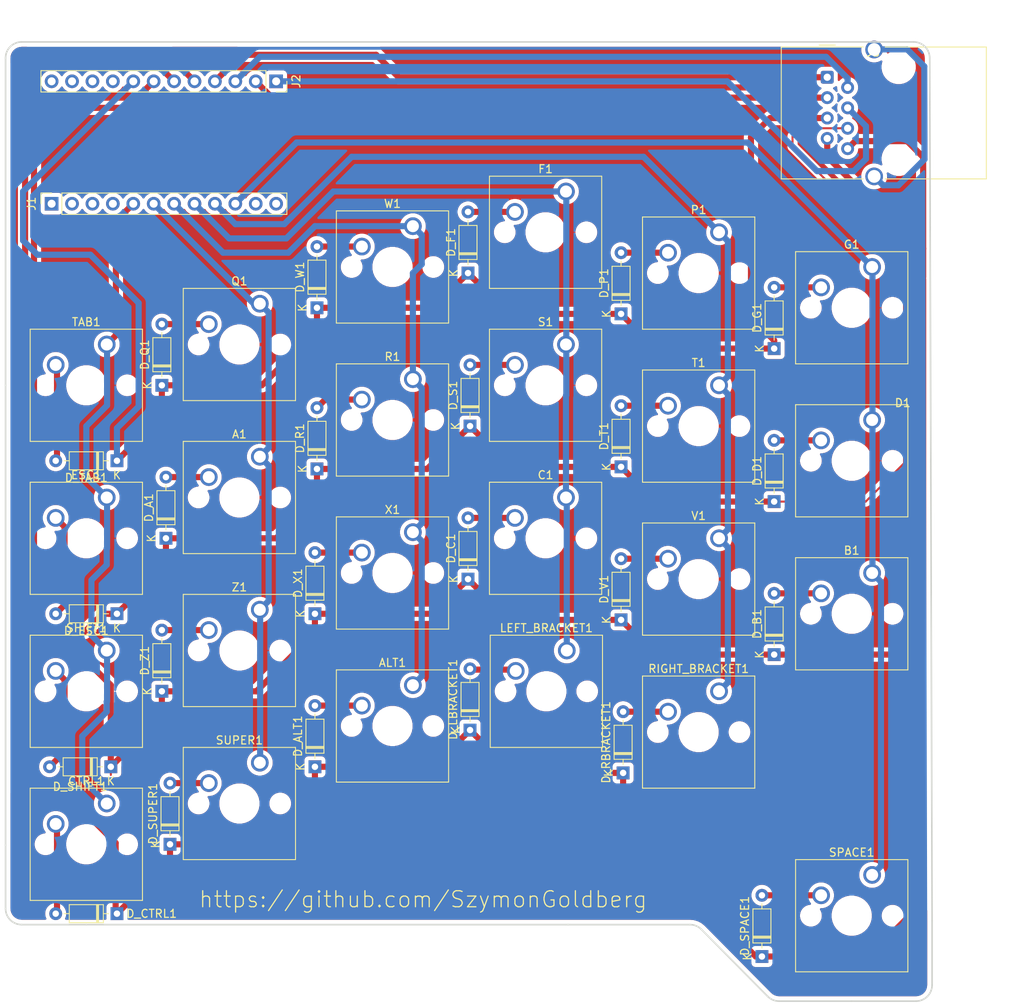
<source format=kicad_pcb>
(kicad_pcb (version 20171130) (host pcbnew "(5.1.7)-1")
  (layers (0 F.Cu signal) (31 B.Cu signal) (34 B.Paste user) (35 F.Paste user) (36 B.SilkS user) (37 F.SilkS user) (38 B.Mask user) (39 F.Mask user) (44 Edge.Cuts user))
  (net 0 "")
  (net 1 "Net-(A1-Pad2)")
  (net 2 "Net-(A1-Pad1)")
  (net 3 "Net-(ALT1-Pad2)")
  (net 4 "Net-(ALT1-Pad1)")
  (net 5 "Net-(B1-Pad2)")
  (net 6 "Net-(B1-Pad1)")
  (net 7 "Net-(C1-Pad2)")
  (net 8 "Net-(C1-Pad1)")
  (net 9 "Net-(CTRL1-Pad2)")
  (net 10 "Net-(CTRL1-Pad1)")
  (net 11 "Net-(D1-Pad2)")
  (net 12 "Net-(D_A1-Pad1)")
  (net 13 "Net-(D_ALT1-Pad1)")
  (net 14 "Net-(D_B1-Pad1)")
  (net 15 "Net-(D_ESC1-Pad2)")
  (net 16 "Net-(D_F1-Pad2)")
  (net 17 "Net-(D_F1-Pad1)")
  (net 18 "Net-(D_G1-Pad2)")
  (net 19 "Net-(D_LBRACKET1-Pad2)")
  (net 20 "Net-(D_P1-Pad2)")
  (net 21 "Net-(D_Q1-Pad2)")
  (net 22 "Net-(D_R1-Pad2)")
  (net 23 "Net-(D_RBRACKET1-Pad2)")
  (net 24 "Net-(D_S1-Pad2)")
  (net 25 "Net-(D_SHIFT1-Pad2)")
  (net 26 "Net-(D_SPACE1-Pad2)")
  (net 27 "Net-(D_SUPER1-Pad2)")
  (net 28 "Net-(D_T1-Pad2)")
  (net 29 "Net-(D_TAB1-Pad2)")
  (net 30 "Net-(D_V1-Pad2)")
  (net 31 "Net-(D_W1-Pad2)")
  (net 32 "Net-(D_X1-Pad2)")
  (net 33 "Net-(D_Z1-Pad2)")
  (net 34 "Net-(J1-Pad12)")
  (net 35 "Net-(J1-Pad11)")
  (net 36 "Net-(J1-Pad9)")
  (net 37 "Net-(J1-Pad4)")
  (net 38 "Net-(J1-Pad3)")
  (net 39 "Net-(J1-Pad2)")
  (net 40 "Net-(J1-Pad1)")
  (net 41 "Net-(J2-Pad12)")
  (net 42 "Net-(J2-Pad11)")
  (net 43 "Net-(J2-Pad10)")
  (net 44 "Net-(J2-Pad9)")
  (net 45 "Net-(J2-Pad4)")
  (net 46 "Net-(J2-Pad3)")
  (net 47 "Net-(J2-Pad2)")
  (net 48 "Net-(J2-Pad1)")
  (net 49 "Net-(J3-PadSH)")
  (module Button_Switch_Keyboard:SW_Cherry_MX_1.00u_PCB (layer F.Cu) (at 127 108.458)
    (fp_text reference D1 (at 3.81 -2.12) (layer F.SilkS))
    (fp_text value KEYSW)
    (pad "" np_thru_hole circle (at 2.54 5.08) (size 1.7 1.7) (drill 1.7) (layers *.Cu *.Mask))
    (pad "" np_thru_hole circle (at -7.62 5.08) (size 1.7 1.7) (drill 1.7) (layers *.Cu *.Mask))
    (pad "" np_thru_hole circle (at -2.54 5.08) (size 4 4) (drill 4) (layers *.Cu *.Mask))
    (pad 2 thru_hole circle (at -6.35 2.54) (size 2.2 2.2) (drill 1.5) (layers *.Cu *.Mask) (net 11 "Net-(D1-Pad2)"))
    (pad 1 thru_hole circle (at 0 0) (size 2.2 2.2) (drill 1.5) (layers *.Cu *.Mask) (net 6 "Net-(B1-Pad1)"))
  )
  (module Connector_PinSocket_2.54mm:PinSocket_1x12_P2.54mm_Vertical (layer F.Cu) (at 52.832 66.294 270)
    (fp_text reference J2 (at 0 -2.5 90) (layer F.SilkS))
    (fp_text value Conn_01x12_Female)
    (pad 12 thru_hole oval (at 0 27.94 270) (size 1.7 1.7) (drill 1) (layers *.Cu *.Mask) (net 41 "Net-(J2-Pad12)"))
    (pad 11 thru_hole oval (at 0 25.4 270) (size 1.7 1.7) (drill 1) (layers *.Cu *.Mask) (net 42 "Net-(J2-Pad11)"))
    (pad 10 thru_hole oval (at 0 22.86 270) (size 1.7 1.7) (drill 1) (layers *.Cu *.Mask) (net 43 "Net-(J2-Pad10)"))
    (pad 9 thru_hole oval (at 0 20.32 270) (size 1.7 1.7) (drill 1) (layers *.Cu *.Mask) (net 44 "Net-(J2-Pad9)"))
    (pad 8 thru_hole oval (at 0 17.78 270) (size 1.7 1.7) (drill 1) (layers *.Cu *.Mask) (net 17 "Net-(D_F1-Pad1)"))
    (pad 7 thru_hole oval (at 0 15.24 270) (size 1.7 1.7) (drill 1) (layers *.Cu *.Mask) (net 12 "Net-(D_A1-Pad1)"))
    (pad 6 thru_hole oval (at 0 12.7 270) (size 1.7 1.7) (drill 1) (layers *.Cu *.Mask) (net 14 "Net-(D_B1-Pad1)"))
    (pad 5 thru_hole oval (at 0 10.16 270) (size 1.7 1.7) (drill 1) (layers *.Cu *.Mask) (net 13 "Net-(D_ALT1-Pad1)"))
    (pad 4 thru_hole oval (at 0 7.62 270) (size 1.7 1.7) (drill 1) (layers *.Cu *.Mask) (net 45 "Net-(J2-Pad4)"))
    (pad 3 thru_hole oval (at 0 5.08 270) (size 1.7 1.7) (drill 1) (layers *.Cu *.Mask) (net 46 "Net-(J2-Pad3)"))
    (pad 2 thru_hole oval (at 0 2.54 270) (size 1.7 1.7) (drill 1) (layers *.Cu *.Mask) (net 47 "Net-(J2-Pad2)"))
    (pad 1 thru_hole rect (at 0 0 270) (size 1.7 1.7) (drill 1) (layers *.Cu *.Mask) (net 48 "Net-(J2-Pad1)"))
  )
  (module Connector_PinSocket_2.54mm:PinSocket_1x12_P2.54mm_Vertical (layer F.Cu) (at 24.892 81.534 90)
    (fp_text reference J1 (at 0 -2.5 90) (layer F.SilkS))
    (fp_text value Conn_01x12_Female)
    (pad 12 thru_hole oval (at 0 27.94 90) (size 1.7 1.7) (drill 1) (layers *.Cu *.Mask) (net 34 "Net-(J1-Pad12)"))
    (pad 11 thru_hole oval (at 0 25.4 90) (size 1.7 1.7) (drill 1) (layers *.Cu *.Mask) (net 35 "Net-(J1-Pad11)"))
    (pad 10 thru_hole oval (at 0 22.86 90) (size 1.7 1.7) (drill 1) (layers *.Cu *.Mask) (net 6 "Net-(B1-Pad1)"))
    (pad 9 thru_hole oval (at 0 20.32 90) (size 1.7 1.7) (drill 1) (layers *.Cu *.Mask) (net 36 "Net-(J1-Pad9)"))
    (pad 8 thru_hole oval (at 0 17.78 90) (size 1.7 1.7) (drill 1) (layers *.Cu *.Mask) (net 8 "Net-(C1-Pad1)"))
    (pad 7 thru_hole oval (at 0 15.24 90) (size 1.7 1.7) (drill 1) (layers *.Cu *.Mask) (net 4 "Net-(ALT1-Pad1)"))
    (pad 6 thru_hole oval (at 0 12.7 90) (size 1.7 1.7) (drill 1) (layers *.Cu *.Mask) (net 2 "Net-(A1-Pad1)"))
    (pad 5 thru_hole oval (at 0 10.16 90) (size 1.7 1.7) (drill 1) (layers *.Cu *.Mask) (net 10 "Net-(CTRL1-Pad1)"))
    (pad 4 thru_hole oval (at 0 7.62 90) (size 1.7 1.7) (drill 1) (layers *.Cu *.Mask) (net 37 "Net-(J1-Pad4)"))
    (pad 3 thru_hole oval (at 0 5.08 90) (size 1.7 1.7) (drill 1) (layers *.Cu *.Mask) (net 38 "Net-(J1-Pad3)"))
    (pad 2 thru_hole oval (at 0 2.54 90) (size 1.7 1.7) (drill 1) (layers *.Cu *.Mask) (net 39 "Net-(J1-Pad2)"))
    (pad 1 thru_hole rect (at 0 0 90) (size 1.7 1.7) (drill 1) (layers *.Cu *.Mask) (net 40 "Net-(J1-Pad1)"))
  )
  (module Button_Switch_Keyboard:SW_Cherry_MX_1.00u_PCB (layer F.Cu) (at 31.75 156.21)
    (fp_text reference CTRL1 (at -2.54 -2.794) (layer F.SilkS))
    (fp_text value KEYSW)
    (pad "" np_thru_hole circle (at 2.54 5.08) (size 1.7 1.7) (drill 1.7) (layers *.Cu *.Mask))
    (pad "" np_thru_hole circle (at -7.62 5.08) (size 1.7 1.7) (drill 1.7) (layers *.Cu *.Mask))
    (pad "" np_thru_hole circle (at -2.54 5.08) (size 4 4) (drill 4) (layers *.Cu *.Mask))
    (pad 2 thru_hole circle (at -6.35 2.54) (size 2.2 2.2) (drill 1.5) (layers *.Cu *.Mask) (net 9 "Net-(CTRL1-Pad2)"))
    (pad 1 thru_hole circle (at 0 0) (size 2.2 2.2) (drill 1.5) (layers *.Cu *.Mask) (net 10 "Net-(CTRL1-Pad1)"))
  )
  (module Diode_THT:D_DO-35_SOD27_P7.62mm_Horizontal (layer F.Cu) (at 39.624 161.29 90)
    (fp_text reference D_SUPER1 (at 3.81 -2.12 90) (layer F.SilkS))
    (fp_text value D)
    (fp_text user K (at 0 -1.8 90) (layer F.SilkS))
    (pad 2 thru_hole oval (at 7.62 0 90) (size 1.6 1.6) (drill 0.8) (layers *.Cu *.Mask) (net 27 "Net-(D_SUPER1-Pad2)"))
    (pad 1 thru_hole rect (at 0 0 90) (size 1.6 1.6) (drill 0.8) (layers *.Cu *.Mask) (net 13 "Net-(D_ALT1-Pad1)"))
  )
  (module Connector_RJ:RJ45_Wuerth_7499010001A_Horizontal (layer F.Cu) (at 121.412 65.786)
    (fp_text reference J3 (at 5.71 -3.1 -180) (layer F.SilkS))
    (fp_text value 8P8C_LED_Shielded)
    (pad 1 thru_hole roundrect (at 0 0 90) (size 1.6 1.6) (drill 0.9) (layers *.Cu *.Mask) (roundrect_rratio 0.155) (net 45 "Net-(J2-Pad4)"))
    (pad 2 thru_hole circle (at 2.54 1.27 90) (size 1.6 1.6) (drill 0.9) (layers *.Cu *.Mask) (net 46 "Net-(J2-Pad3)"))
    (pad 3 thru_hole circle (at 0 2.54 90) (size 1.6 1.6) (drill 0.9) (layers *.Cu *.Mask) (net 47 "Net-(J2-Pad2)"))
    (pad 4 thru_hole circle (at 2.54 3.81 90) (size 1.6 1.6) (drill 0.9) (layers *.Cu *.Mask) (net 48 "Net-(J2-Pad1)"))
    (pad 5 thru_hole circle (at 0 5.08 90) (size 1.6 1.6) (drill 0.9) (layers *.Cu *.Mask) (net 17 "Net-(D_F1-Pad1)"))
    (pad 6 thru_hole circle (at 2.54 6.35 90) (size 1.6 1.6) (drill 0.9) (layers *.Cu *.Mask) (net 12 "Net-(D_A1-Pad1)"))
    (pad 7 thru_hole circle (at 0 7.62 90) (size 1.6 1.6) (drill 0.9) (layers *.Cu *.Mask) (net 14 "Net-(D_B1-Pad1)"))
    (pad 8 thru_hole circle (at 2.54 8.89 90) (size 1.6 1.6) (drill 0.9) (layers *.Cu *.Mask) (net 13 "Net-(D_ALT1-Pad1)"))
    (pad "" np_thru_hole circle (at 8.89 -1.27 90) (size 3.25 3.25) (drill 3.25) (layers *.Cu *.Mask))
    (pad "" np_thru_hole circle (at 8.89 10.16 90) (size 3.25 3.25) (drill 3.25) (layers *.Cu *.Mask))
    (pad SH thru_hole circle (at 5.84 -3.455 90) (size 2.2 2.2) (drill 1.6) (layers *.Cu *.Mask) (net 49 "Net-(J3-PadSH)"))
    (pad SH thru_hole circle (at 5.84 12.345 90) (size 2.2 2.2) (drill 1.6) (layers *.Cu *.Mask) (net 49 "Net-(J3-PadSH)"))
  )
  (module Button_Switch_Keyboard:SW_Cherry_MX_1.00u_PCB (layer F.Cu) (at 50.8 132.08)
    (fp_text reference Z1 (at -2.54 -2.794) (layer F.SilkS))
    (fp_text value KEYSW)
    (pad "" np_thru_hole circle (at 2.54 5.08) (size 1.7 1.7) (drill 1.7) (layers *.Cu *.Mask))
    (pad "" np_thru_hole circle (at -7.62 5.08) (size 1.7 1.7) (drill 1.7) (layers *.Cu *.Mask))
    (pad "" np_thru_hole circle (at -2.54 5.08) (size 4 4) (drill 4) (layers *.Cu *.Mask))
    (pad 2 thru_hole circle (at -6.35 2.54) (size 2.2 2.2) (drill 1.5) (layers *.Cu *.Mask) (net 33 "Net-(D_Z1-Pad2)"))
    (pad 1 thru_hole circle (at 0 0) (size 2.2 2.2) (drill 1.5) (layers *.Cu *.Mask) (net 2 "Net-(A1-Pad1)"))
  )
  (module Button_Switch_Keyboard:SW_Cherry_MX_1.00u_PCB (layer F.Cu) (at 69.85 122.428)
    (fp_text reference X1 (at -2.54 -2.794) (layer F.SilkS))
    (fp_text value KEYSW)
    (pad "" np_thru_hole circle (at 2.54 5.08) (size 1.7 1.7) (drill 1.7) (layers *.Cu *.Mask))
    (pad "" np_thru_hole circle (at -7.62 5.08) (size 1.7 1.7) (drill 1.7) (layers *.Cu *.Mask))
    (pad "" np_thru_hole circle (at -2.54 5.08) (size 4 4) (drill 4) (layers *.Cu *.Mask))
    (pad 2 thru_hole circle (at -6.35 2.54) (size 2.2 2.2) (drill 1.5) (layers *.Cu *.Mask) (net 32 "Net-(D_X1-Pad2)"))
    (pad 1 thru_hole circle (at 0 0) (size 2.2 2.2) (drill 1.5) (layers *.Cu *.Mask) (net 4 "Net-(ALT1-Pad1)"))
  )
  (module Button_Switch_Keyboard:SW_Cherry_MX_1.00u_PCB (layer F.Cu) (at 69.85 84.328)
    (fp_text reference W1 (at -2.54 -2.794) (layer F.SilkS))
    (fp_text value KEYSW)
    (pad "" np_thru_hole circle (at 2.54 5.08) (size 1.7 1.7) (drill 1.7) (layers *.Cu *.Mask))
    (pad "" np_thru_hole circle (at -7.62 5.08) (size 1.7 1.7) (drill 1.7) (layers *.Cu *.Mask))
    (pad "" np_thru_hole circle (at -2.54 5.08) (size 4 4) (drill 4) (layers *.Cu *.Mask))
    (pad 2 thru_hole circle (at -6.35 2.54) (size 2.2 2.2) (drill 1.5) (layers *.Cu *.Mask) (net 31 "Net-(D_W1-Pad2)"))
    (pad 1 thru_hole circle (at 0 0) (size 2.2 2.2) (drill 1.5) (layers *.Cu *.Mask) (net 4 "Net-(ALT1-Pad1)"))
  )
  (module Button_Switch_Keyboard:SW_Cherry_MX_1.00u_PCB (layer F.Cu) (at 107.95 123.19)
    (fp_text reference V1 (at -2.54 -2.794) (layer F.SilkS))
    (fp_text value KEYSW)
    (pad "" np_thru_hole circle (at 2.54 5.08) (size 1.7 1.7) (drill 1.7) (layers *.Cu *.Mask))
    (pad "" np_thru_hole circle (at -7.62 5.08) (size 1.7 1.7) (drill 1.7) (layers *.Cu *.Mask))
    (pad "" np_thru_hole circle (at -2.54 5.08) (size 4 4) (drill 4) (layers *.Cu *.Mask))
    (pad 2 thru_hole circle (at -6.35 2.54) (size 2.2 2.2) (drill 1.5) (layers *.Cu *.Mask) (net 30 "Net-(D_V1-Pad2)"))
    (pad 1 thru_hole circle (at 0 0) (size 2.2 2.2) (drill 1.5) (layers *.Cu *.Mask) (net 36 "Net-(J1-Pad9)"))
  )
  (module Button_Switch_Keyboard:SW_Cherry_MX_1.00u_PCB (layer F.Cu) (at 31.75 99.06)
    (fp_text reference TAB1 (at -2.54 -2.794) (layer F.SilkS))
    (fp_text value KEYSW)
    (pad "" np_thru_hole circle (at 2.54 5.08) (size 1.7 1.7) (drill 1.7) (layers *.Cu *.Mask))
    (pad "" np_thru_hole circle (at -7.62 5.08) (size 1.7 1.7) (drill 1.7) (layers *.Cu *.Mask))
    (pad "" np_thru_hole circle (at -2.54 5.08) (size 4 4) (drill 4) (layers *.Cu *.Mask))
    (pad 2 thru_hole circle (at -6.35 2.54) (size 2.2 2.2) (drill 1.5) (layers *.Cu *.Mask) (net 29 "Net-(D_TAB1-Pad2)"))
    (pad 1 thru_hole circle (at 0 0) (size 2.2 2.2) (drill 1.5) (layers *.Cu *.Mask) (net 10 "Net-(CTRL1-Pad1)"))
  )
  (module Button_Switch_Keyboard:SW_Cherry_MX_1.00u_PCB (layer F.Cu) (at 107.95 104.14)
    (fp_text reference T1 (at -2.54 -2.794) (layer F.SilkS))
    (fp_text value KEYSW)
    (pad "" np_thru_hole circle (at 2.54 5.08) (size 1.7 1.7) (drill 1.7) (layers *.Cu *.Mask))
    (pad "" np_thru_hole circle (at -7.62 5.08) (size 1.7 1.7) (drill 1.7) (layers *.Cu *.Mask))
    (pad "" np_thru_hole circle (at -2.54 5.08) (size 4 4) (drill 4) (layers *.Cu *.Mask))
    (pad 2 thru_hole circle (at -6.35 2.54) (size 2.2 2.2) (drill 1.5) (layers *.Cu *.Mask) (net 28 "Net-(D_T1-Pad2)"))
    (pad 1 thru_hole circle (at 0 0) (size 2.2 2.2) (drill 1.5) (layers *.Cu *.Mask) (net 36 "Net-(J1-Pad9)"))
  )
  (module Button_Switch_Keyboard:SW_Cherry_MX_1.00u_PCB (layer F.Cu) (at 50.8 151.13)
    (fp_text reference SUPER1 (at -2.54 -2.794) (layer F.SilkS))
    (fp_text value KEYSW)
    (pad "" np_thru_hole circle (at 2.54 5.08) (size 1.7 1.7) (drill 1.7) (layers *.Cu *.Mask))
    (pad "" np_thru_hole circle (at -7.62 5.08) (size 1.7 1.7) (drill 1.7) (layers *.Cu *.Mask))
    (pad "" np_thru_hole circle (at -2.54 5.08) (size 4 4) (drill 4) (layers *.Cu *.Mask))
    (pad 2 thru_hole circle (at -6.35 2.54) (size 2.2 2.2) (drill 1.5) (layers *.Cu *.Mask) (net 27 "Net-(D_SUPER1-Pad2)"))
    (pad 1 thru_hole circle (at 0 0) (size 2.2 2.2) (drill 1.5) (layers *.Cu *.Mask) (net 2 "Net-(A1-Pad1)"))
  )
  (module Button_Switch_Keyboard:SW_Cherry_MX_1.00u_PCB (layer F.Cu) (at 127 165.1)
    (fp_text reference SPACE1 (at -2.54 -2.794) (layer F.SilkS))
    (fp_text value KEYSW)
    (pad "" np_thru_hole circle (at 2.54 5.08) (size 1.7 1.7) (drill 1.7) (layers *.Cu *.Mask))
    (pad "" np_thru_hole circle (at -7.62 5.08) (size 1.7 1.7) (drill 1.7) (layers *.Cu *.Mask))
    (pad "" np_thru_hole circle (at -2.54 5.08) (size 4 4) (drill 4) (layers *.Cu *.Mask))
    (pad 2 thru_hole circle (at -6.35 2.54) (size 2.2 2.2) (drill 1.5) (layers *.Cu *.Mask) (net 26 "Net-(D_SPACE1-Pad2)"))
    (pad 1 thru_hole circle (at 0 0) (size 2.2 2.2) (drill 1.5) (layers *.Cu *.Mask) (net 6 "Net-(B1-Pad1)"))
  )
  (module Button_Switch_Keyboard:SW_Cherry_MX_1.00u_PCB (layer F.Cu) (at 31.75 137.16)
    (fp_text reference SHIFT1 (at -2.54 -2.794) (layer F.SilkS))
    (fp_text value KEYSW)
    (pad "" np_thru_hole circle (at 2.54 5.08) (size 1.7 1.7) (drill 1.7) (layers *.Cu *.Mask))
    (pad "" np_thru_hole circle (at -7.62 5.08) (size 1.7 1.7) (drill 1.7) (layers *.Cu *.Mask))
    (pad "" np_thru_hole circle (at -2.54 5.08) (size 4 4) (drill 4) (layers *.Cu *.Mask))
    (pad 2 thru_hole circle (at -6.35 2.54) (size 2.2 2.2) (drill 1.5) (layers *.Cu *.Mask) (net 25 "Net-(D_SHIFT1-Pad2)"))
    (pad 1 thru_hole circle (at 0 0) (size 2.2 2.2) (drill 1.5) (layers *.Cu *.Mask) (net 10 "Net-(CTRL1-Pad1)"))
  )
  (module Button_Switch_Keyboard:SW_Cherry_MX_1.00u_PCB (layer F.Cu) (at 88.9 99.06)
    (fp_text reference S1 (at -2.54 -2.794) (layer F.SilkS))
    (fp_text value KEYSW)
    (pad "" np_thru_hole circle (at 2.54 5.08) (size 1.7 1.7) (drill 1.7) (layers *.Cu *.Mask))
    (pad "" np_thru_hole circle (at -7.62 5.08) (size 1.7 1.7) (drill 1.7) (layers *.Cu *.Mask))
    (pad "" np_thru_hole circle (at -2.54 5.08) (size 4 4) (drill 4) (layers *.Cu *.Mask))
    (pad 2 thru_hole circle (at -6.35 2.54) (size 2.2 2.2) (drill 1.5) (layers *.Cu *.Mask) (net 24 "Net-(D_S1-Pad2)"))
    (pad 1 thru_hole circle (at 0 0) (size 2.2 2.2) (drill 1.5) (layers *.Cu *.Mask) (net 8 "Net-(C1-Pad1)"))
  )
  (module Button_Switch_Keyboard:SW_Cherry_MX_1.00u_PCB (layer F.Cu) (at 107.95 142.24)
    (fp_text reference RIGHT_BRACKET1 (at -2.54 -2.794) (layer F.SilkS))
    (fp_text value KEYSW)
    (pad "" np_thru_hole circle (at 2.54 5.08) (size 1.7 1.7) (drill 1.7) (layers *.Cu *.Mask))
    (pad "" np_thru_hole circle (at -7.62 5.08) (size 1.7 1.7) (drill 1.7) (layers *.Cu *.Mask))
    (pad "" np_thru_hole circle (at -2.54 5.08) (size 4 4) (drill 4) (layers *.Cu *.Mask))
    (pad 2 thru_hole circle (at -6.35 2.54) (size 2.2 2.2) (drill 1.5) (layers *.Cu *.Mask) (net 23 "Net-(D_RBRACKET1-Pad2)"))
    (pad 1 thru_hole circle (at 0 0) (size 2.2 2.2) (drill 1.5) (layers *.Cu *.Mask) (net 36 "Net-(J1-Pad9)"))
  )
  (module Button_Switch_Keyboard:SW_Cherry_MX_1.00u_PCB (layer F.Cu) (at 69.85 103.378)
    (fp_text reference R1 (at -2.54 -2.794) (layer F.SilkS))
    (fp_text value KEYSW)
    (pad "" np_thru_hole circle (at 2.54 5.08) (size 1.7 1.7) (drill 1.7) (layers *.Cu *.Mask))
    (pad "" np_thru_hole circle (at -7.62 5.08) (size 1.7 1.7) (drill 1.7) (layers *.Cu *.Mask))
    (pad "" np_thru_hole circle (at -2.54 5.08) (size 4 4) (drill 4) (layers *.Cu *.Mask))
    (pad 2 thru_hole circle (at -6.35 2.54) (size 2.2 2.2) (drill 1.5) (layers *.Cu *.Mask) (net 22 "Net-(D_R1-Pad2)"))
    (pad 1 thru_hole circle (at 0 0) (size 2.2 2.2) (drill 1.5) (layers *.Cu *.Mask) (net 4 "Net-(ALT1-Pad1)"))
  )
  (module Button_Switch_Keyboard:SW_Cherry_MX_1.00u_PCB (layer F.Cu) (at 50.8 93.98)
    (fp_text reference Q1 (at -2.54 -2.794) (layer F.SilkS))
    (fp_text value KEYSW)
    (pad "" np_thru_hole circle (at 2.54 5.08) (size 1.7 1.7) (drill 1.7) (layers *.Cu *.Mask))
    (pad "" np_thru_hole circle (at -7.62 5.08) (size 1.7 1.7) (drill 1.7) (layers *.Cu *.Mask))
    (pad "" np_thru_hole circle (at -2.54 5.08) (size 4 4) (drill 4) (layers *.Cu *.Mask))
    (pad 2 thru_hole circle (at -6.35 2.54) (size 2.2 2.2) (drill 1.5) (layers *.Cu *.Mask) (net 21 "Net-(D_Q1-Pad2)"))
    (pad 1 thru_hole circle (at 0 0) (size 2.2 2.2) (drill 1.5) (layers *.Cu *.Mask) (net 2 "Net-(A1-Pad1)"))
  )
  (module Button_Switch_Keyboard:SW_Cherry_MX_1.00u_PCB (layer F.Cu) (at 107.95 85.09)
    (fp_text reference P1 (at -2.54 -2.794) (layer F.SilkS))
    (fp_text value KEYSW)
    (pad "" np_thru_hole circle (at 2.54 5.08) (size 1.7 1.7) (drill 1.7) (layers *.Cu *.Mask))
    (pad "" np_thru_hole circle (at -7.62 5.08) (size 1.7 1.7) (drill 1.7) (layers *.Cu *.Mask))
    (pad "" np_thru_hole circle (at -2.54 5.08) (size 4 4) (drill 4) (layers *.Cu *.Mask))
    (pad 2 thru_hole circle (at -6.35 2.54) (size 2.2 2.2) (drill 1.5) (layers *.Cu *.Mask) (net 20 "Net-(D_P1-Pad2)"))
    (pad 1 thru_hole circle (at 0 0) (size 2.2 2.2) (drill 1.5) (layers *.Cu *.Mask) (net 36 "Net-(J1-Pad9)"))
  )
  (module Button_Switch_Keyboard:SW_Cherry_MX_1.00u_PCB (layer F.Cu) (at 89 137.16)
    (fp_text reference LEFT_BRACKET1 (at -2.54 -2.794) (layer F.SilkS))
    (fp_text value KEYSW)
    (pad "" np_thru_hole circle (at 2.54 5.08) (size 1.7 1.7) (drill 1.7) (layers *.Cu *.Mask))
    (pad "" np_thru_hole circle (at -7.62 5.08) (size 1.7 1.7) (drill 1.7) (layers *.Cu *.Mask))
    (pad "" np_thru_hole circle (at -2.54 5.08) (size 4 4) (drill 4) (layers *.Cu *.Mask))
    (pad 2 thru_hole circle (at -6.35 2.54) (size 2.2 2.2) (drill 1.5) (layers *.Cu *.Mask) (net 19 "Net-(D_LBRACKET1-Pad2)"))
    (pad 1 thru_hole circle (at 0 0) (size 2.2 2.2) (drill 1.5) (layers *.Cu *.Mask) (net 8 "Net-(C1-Pad1)"))
  )
  (module Button_Switch_Keyboard:SW_Cherry_MX_1.00u_PCB (layer F.Cu) (at 127 89.408)
    (fp_text reference G1 (at -2.54 -2.794) (layer F.SilkS))
    (fp_text value KEYSW)
    (pad "" np_thru_hole circle (at 2.54 5.08) (size 1.7 1.7) (drill 1.7) (layers *.Cu *.Mask))
    (pad "" np_thru_hole circle (at -7.62 5.08) (size 1.7 1.7) (drill 1.7) (layers *.Cu *.Mask))
    (pad "" np_thru_hole circle (at -2.54 5.08) (size 4 4) (drill 4) (layers *.Cu *.Mask))
    (pad 2 thru_hole circle (at -6.35 2.54) (size 2.2 2.2) (drill 1.5) (layers *.Cu *.Mask) (net 18 "Net-(D_G1-Pad2)"))
    (pad 1 thru_hole circle (at 0 0) (size 2.2 2.2) (drill 1.5) (layers *.Cu *.Mask) (net 6 "Net-(B1-Pad1)"))
  )
  (module Button_Switch_Keyboard:SW_Cherry_MX_1.00u_PCB (layer F.Cu) (at 88.9 80.01)
    (fp_text reference F1 (at -2.54 -2.794) (layer F.SilkS))
    (fp_text value KEYSW)
    (pad "" np_thru_hole circle (at 2.54 5.08) (size 1.7 1.7) (drill 1.7) (layers *.Cu *.Mask))
    (pad "" np_thru_hole circle (at -7.62 5.08) (size 1.7 1.7) (drill 1.7) (layers *.Cu *.Mask))
    (pad "" np_thru_hole circle (at -2.54 5.08) (size 4 4) (drill 4) (layers *.Cu *.Mask))
    (pad 2 thru_hole circle (at -6.35 2.54) (size 2.2 2.2) (drill 1.5) (layers *.Cu *.Mask) (net 16 "Net-(D_F1-Pad2)"))
    (pad 1 thru_hole circle (at 0 0) (size 2.2 2.2) (drill 1.5) (layers *.Cu *.Mask) (net 8 "Net-(C1-Pad1)"))
  )
  (module Button_Switch_Keyboard:SW_Cherry_MX_1.00u_PCB (layer F.Cu) (at 31.75 118.11)
    (fp_text reference ESC1 (at -2.54 -2.794) (layer F.SilkS))
    (fp_text value KEYSW)
    (pad "" np_thru_hole circle (at 2.54 5.08) (size 1.7 1.7) (drill 1.7) (layers *.Cu *.Mask))
    (pad "" np_thru_hole circle (at -7.62 5.08) (size 1.7 1.7) (drill 1.7) (layers *.Cu *.Mask))
    (pad "" np_thru_hole circle (at -2.54 5.08) (size 4 4) (drill 4) (layers *.Cu *.Mask))
    (pad 2 thru_hole circle (at -6.35 2.54) (size 2.2 2.2) (drill 1.5) (layers *.Cu *.Mask) (net 15 "Net-(D_ESC1-Pad2)"))
    (pad 1 thru_hole circle (at 0 0) (size 2.2 2.2) (drill 1.5) (layers *.Cu *.Mask) (net 10 "Net-(CTRL1-Pad1)"))
  )
  (module Diode_THT:D_DO-35_SOD27_P7.62mm_Horizontal (layer F.Cu) (at 38.608 142.24 90)
    (fp_text reference D_Z1 (at 3.81 -2.12 90) (layer F.SilkS))
    (fp_text value D)
    (fp_text user K (at 0 -1.8 90) (layer F.SilkS))
    (pad 2 thru_hole oval (at 7.62 0 90) (size 1.6 1.6) (drill 0.8) (layers *.Cu *.Mask) (net 33 "Net-(D_Z1-Pad2)"))
    (pad 1 thru_hole rect (at 0 0 90) (size 1.6 1.6) (drill 0.8) (layers *.Cu *.Mask) (net 14 "Net-(D_B1-Pad1)"))
  )
  (module Diode_THT:D_DO-35_SOD27_P7.62mm_Horizontal (layer F.Cu) (at 57.658 132.588 90)
    (fp_text reference D_X1 (at 3.81 -2.12 90) (layer F.SilkS))
    (fp_text value D)
    (fp_text user K (at 0 -1.8 90) (layer F.SilkS))
    (pad 2 thru_hole oval (at 7.62 0 90) (size 1.6 1.6) (drill 0.8) (layers *.Cu *.Mask) (net 32 "Net-(D_X1-Pad2)"))
    (pad 1 thru_hole rect (at 0 0 90) (size 1.6 1.6) (drill 0.8) (layers *.Cu *.Mask) (net 14 "Net-(D_B1-Pad1)"))
  )
  (module Diode_THT:D_DO-35_SOD27_P7.62mm_Horizontal (layer F.Cu) (at 57.912 94.488 90)
    (fp_text reference D_W1 (at 3.81 -2.12 90) (layer F.SilkS))
    (fp_text value D)
    (fp_text user K (at 0 -1.8 90) (layer F.SilkS))
    (pad 2 thru_hole oval (at 7.62 0 90) (size 1.6 1.6) (drill 0.8) (layers *.Cu *.Mask) (net 31 "Net-(D_W1-Pad2)"))
    (pad 1 thru_hole rect (at 0 0 90) (size 1.6 1.6) (drill 0.8) (layers *.Cu *.Mask) (net 17 "Net-(D_F1-Pad1)"))
  )
  (module Diode_THT:D_DO-35_SOD27_P7.62mm_Horizontal (layer F.Cu) (at 95.758 133.35 90)
    (fp_text reference D_V1 (at 3.81 -2.12 90) (layer F.SilkS))
    (fp_text value D)
    (fp_text user K (at 0 -1.8 90) (layer F.SilkS))
    (pad 2 thru_hole oval (at 7.62 0 90) (size 1.6 1.6) (drill 0.8) (layers *.Cu *.Mask) (net 30 "Net-(D_V1-Pad2)"))
    (pad 1 thru_hole rect (at 0 0 90) (size 1.6 1.6) (drill 0.8) (layers *.Cu *.Mask) (net 14 "Net-(D_B1-Pad1)"))
  )
  (module Diode_THT:D_DO-35_SOD27_P7.62mm_Horizontal (layer F.Cu) (at 33.02 113.538 180)
    (fp_text reference D_TAB1 (at 3.81 -2.12) (layer F.SilkS))
    (fp_text value D)
    (fp_text user K (at 0 -1.8) (layer F.SilkS))
    (pad 2 thru_hole oval (at 7.62 0 180) (size 1.6 1.6) (drill 0.8) (layers *.Cu *.Mask) (net 29 "Net-(D_TAB1-Pad2)"))
    (pad 1 thru_hole rect (at 0 0 180) (size 1.6 1.6) (drill 0.8) (layers *.Cu *.Mask) (net 17 "Net-(D_F1-Pad1)"))
  )
  (module Diode_THT:D_DO-35_SOD27_P7.62mm_Horizontal (layer F.Cu) (at 95.758 114.3 90)
    (fp_text reference D_T1 (at 3.81 -2.12 90) (layer F.SilkS))
    (fp_text value D)
    (fp_text user K (at 0 -1.8 90) (layer F.SilkS))
    (pad 2 thru_hole oval (at 7.62 0 90) (size 1.6 1.6) (drill 0.8) (layers *.Cu *.Mask) (net 28 "Net-(D_T1-Pad2)"))
    (pad 1 thru_hole rect (at 0 0 90) (size 1.6 1.6) (drill 0.8) (layers *.Cu *.Mask) (net 12 "Net-(D_A1-Pad1)"))
  )
  (module Diode_THT:D_DO-35_SOD27_P7.62mm_Horizontal (layer F.Cu) (at 113.284 175.26 90)
    (fp_text reference D_SPACE1 (at 3.81 -2.12 90) (layer F.SilkS))
    (fp_text value D)
    (fp_text user K (at 0 -1.8 90) (layer F.SilkS))
    (pad 2 thru_hole oval (at 7.62 0 90) (size 1.6 1.6) (drill 0.8) (layers *.Cu *.Mask) (net 26 "Net-(D_SPACE1-Pad2)"))
    (pad 1 thru_hole rect (at 0 0 90) (size 1.6 1.6) (drill 0.8) (layers *.Cu *.Mask) (net 13 "Net-(D_ALT1-Pad1)"))
  )
  (module Diode_THT:D_DO-35_SOD27_P7.62mm_Horizontal (layer F.Cu) (at 32.258 151.638 180)
    (fp_text reference D_SHIFT1 (at 3.81 -2.475) (layer F.SilkS))
    (fp_text value D)
    (fp_text user K (at 0 -1.8) (layer F.SilkS))
    (pad 2 thru_hole oval (at 7.62 0 180) (size 1.6 1.6) (drill 0.8) (layers *.Cu *.Mask) (net 25 "Net-(D_SHIFT1-Pad2)"))
    (pad 1 thru_hole rect (at 0 0 180) (size 1.6 1.6) (drill 0.8) (layers *.Cu *.Mask) (net 14 "Net-(D_B1-Pad1)"))
  )
  (module Diode_THT:D_DO-35_SOD27_P7.62mm_Horizontal (layer F.Cu) (at 76.962 109.22 90)
    (fp_text reference D_S1 (at 3.81 -2.12 90) (layer F.SilkS))
    (fp_text value D)
    (fp_text user K (at 0 -1.8 90) (layer F.SilkS))
    (pad 2 thru_hole oval (at 7.62 0 90) (size 1.6 1.6) (drill 0.8) (layers *.Cu *.Mask) (net 24 "Net-(D_S1-Pad2)"))
    (pad 1 thru_hole rect (at 0 0 90) (size 1.6 1.6) (drill 0.8) (layers *.Cu *.Mask) (net 12 "Net-(D_A1-Pad1)"))
  )
  (module Diode_THT:D_DO-35_SOD27_P7.62mm_Horizontal (layer F.Cu) (at 96.012 152.4 90)
    (fp_text reference D_RBRACKET1 (at 3.81 -2.12 90) (layer F.SilkS))
    (fp_text value D)
    (fp_text user K (at 0 -1.8 90) (layer F.SilkS))
    (pad 2 thru_hole oval (at 7.62 0 90) (size 1.6 1.6) (drill 0.8) (layers *.Cu *.Mask) (net 23 "Net-(D_RBRACKET1-Pad2)"))
    (pad 1 thru_hole rect (at 0 0 90) (size 1.6 1.6) (drill 0.8) (layers *.Cu *.Mask) (net 13 "Net-(D_ALT1-Pad1)"))
  )
  (module Diode_THT:D_DO-35_SOD27_P7.62mm_Horizontal (layer F.Cu) (at 57.912 114.554 90)
    (fp_text reference D_R1 (at 3.81 -2.12 90) (layer F.SilkS))
    (fp_text value D)
    (fp_text user K (at 0 -1.8 90) (layer F.SilkS))
    (pad 2 thru_hole oval (at 7.62 0 90) (size 1.6 1.6) (drill 0.8) (layers *.Cu *.Mask) (net 22 "Net-(D_R1-Pad2)"))
    (pad 1 thru_hole rect (at 0 0 90) (size 1.6 1.6) (drill 0.8) (layers *.Cu *.Mask) (net 12 "Net-(D_A1-Pad1)"))
  )
  (module Diode_THT:D_DO-35_SOD27_P7.62mm_Horizontal (layer F.Cu) (at 38.608 104.14 90)
    (fp_text reference D_Q1 (at 3.81 -2.12 90) (layer F.SilkS))
    (fp_text value D)
    (fp_text user K (at 0 -1.8 90) (layer F.SilkS))
    (pad 2 thru_hole oval (at 7.62 0 90) (size 1.6 1.6) (drill 0.8) (layers *.Cu *.Mask) (net 21 "Net-(D_Q1-Pad2)"))
    (pad 1 thru_hole rect (at 0 0 90) (size 1.6 1.6) (drill 0.8) (layers *.Cu *.Mask) (net 17 "Net-(D_F1-Pad1)"))
  )
  (module Diode_THT:D_DO-35_SOD27_P7.62mm_Horizontal (layer F.Cu) (at 95.758 95.25 90)
    (fp_text reference D_P1 (at 3.81 -2.12 90) (layer F.SilkS))
    (fp_text value D)
    (fp_text user K (at 0 -1.8 90) (layer F.SilkS))
    (pad 2 thru_hole oval (at 7.62 0 90) (size 1.6 1.6) (drill 0.8) (layers *.Cu *.Mask) (net 20 "Net-(D_P1-Pad2)"))
    (pad 1 thru_hole rect (at 0 0 90) (size 1.6 1.6) (drill 0.8) (layers *.Cu *.Mask) (net 17 "Net-(D_F1-Pad1)"))
  )
  (module Diode_THT:D_DO-35_SOD27_P7.62mm_Horizontal (layer F.Cu) (at 76.962 147.066 90)
    (fp_text reference D_LBRACKET1 (at 3.81 -2.12 90) (layer F.SilkS))
    (fp_text value D)
    (fp_text user K (at 0 -1.8 90) (layer F.SilkS))
    (pad 2 thru_hole oval (at 7.62 0 90) (size 1.6 1.6) (drill 0.8) (layers *.Cu *.Mask) (net 19 "Net-(D_LBRACKET1-Pad2)"))
    (pad 1 thru_hole rect (at 0 0 90) (size 1.6 1.6) (drill 0.8) (layers *.Cu *.Mask) (net 13 "Net-(D_ALT1-Pad1)"))
  )
  (module Diode_THT:D_DO-35_SOD27_P7.62mm_Horizontal (layer F.Cu) (at 114.808 99.568 90)
    (fp_text reference D_G1 (at 3.81 -2.12 90) (layer F.SilkS))
    (fp_text value D)
    (fp_text user K (at 0 -1.8 90) (layer F.SilkS))
    (pad 2 thru_hole oval (at 7.62 0 90) (size 1.6 1.6) (drill 0.8) (layers *.Cu *.Mask) (net 18 "Net-(D_G1-Pad2)"))
    (pad 1 thru_hole rect (at 0 0 90) (size 1.6 1.6) (drill 0.8) (layers *.Cu *.Mask) (net 17 "Net-(D_F1-Pad1)"))
  )
  (module Diode_THT:D_DO-35_SOD27_P7.62mm_Horizontal (layer F.Cu) (at 76.708 90.17 90)
    (fp_text reference D_F1 (at 3.81 -2.12 90) (layer F.SilkS))
    (fp_text value D)
    (fp_text user K (at 0 -1.8 90) (layer F.SilkS))
    (pad 2 thru_hole oval (at 7.62 0 90) (size 1.6 1.6) (drill 0.8) (layers *.Cu *.Mask) (net 16 "Net-(D_F1-Pad2)"))
    (pad 1 thru_hole rect (at 0 0 90) (size 1.6 1.6) (drill 0.8) (layers *.Cu *.Mask) (net 17 "Net-(D_F1-Pad1)"))
  )
  (module Diode_THT:D_DO-35_SOD27_P7.62mm_Horizontal (layer F.Cu) (at 33.02 132.588 180)
    (fp_text reference D_ESC1 (at 3.81 -2.12) (layer F.SilkS))
    (fp_text value D)
    (fp_text user K (at 0 -1.8) (layer F.SilkS))
    (pad 2 thru_hole oval (at 7.62 0 180) (size 1.6 1.6) (drill 0.8) (layers *.Cu *.Mask) (net 15 "Net-(D_ESC1-Pad2)"))
    (pad 1 thru_hole rect (at 0 0 180) (size 1.6 1.6) (drill 0.8) (layers *.Cu *.Mask) (net 12 "Net-(D_A1-Pad1)"))
  )
  (module Diode_THT:D_DO-35_SOD27_P7.62mm_Horizontal (layer F.Cu) (at 114.808 118.618 90)
    (fp_text reference D_D1 (at 3.81 -2.12 90) (layer F.SilkS))
    (fp_text value D)
    (fp_text user K (at 0 -1.8 90) (layer F.SilkS))
    (pad 2 thru_hole oval (at 7.62 0 90) (size 1.6 1.6) (drill 0.8) (layers *.Cu *.Mask) (net 11 "Net-(D1-Pad2)"))
    (pad 1 thru_hole rect (at 0 0 90) (size 1.6 1.6) (drill 0.8) (layers *.Cu *.Mask) (net 12 "Net-(D_A1-Pad1)"))
  )
  (module Diode_THT:D_DO-35_SOD27_P7.62mm_Horizontal (layer F.Cu) (at 33.02 169.926 180)
    (fp_text reference D_CTRL1 (at -4.318 0) (layer F.SilkS))
    (fp_text value D)
    (pad 1 thru_hole rect (at 0 0 180) (size 1.6 1.6) (drill 0.8) (layers *.Cu *.Mask) (net 13 "Net-(D_ALT1-Pad1)"))
    (pad 2 thru_hole oval (at 7.62 0 180) (size 1.6 1.6) (drill 0.8) (layers *.Cu *.Mask) (net 9 "Net-(CTRL1-Pad2)"))
  )
  (module Diode_THT:D_DO-35_SOD27_P7.62mm_Horizontal (layer F.Cu) (at 76.708 128.27 90)
    (fp_text reference D_C1 (at 3.81 -2.12 90) (layer F.SilkS))
    (fp_text value D)
    (fp_text user K (at 0 -1.8 90) (layer F.SilkS))
    (pad 2 thru_hole oval (at 7.62 0 90) (size 1.6 1.6) (drill 0.8) (layers *.Cu *.Mask) (net 7 "Net-(C1-Pad2)"))
    (pad 1 thru_hole rect (at 0 0 90) (size 1.6 1.6) (drill 0.8) (layers *.Cu *.Mask) (net 14 "Net-(D_B1-Pad1)"))
  )
  (module Diode_THT:D_DO-35_SOD27_P7.62mm_Horizontal (layer F.Cu) (at 114.808 137.668 90)
    (fp_text reference D_B1 (at 3.81 -2.12 90) (layer F.SilkS))
    (fp_text value D)
    (fp_text user K (at 0 -1.8 90) (layer F.SilkS))
    (pad 2 thru_hole oval (at 7.62 0 90) (size 1.6 1.6) (drill 0.8) (layers *.Cu *.Mask) (net 5 "Net-(B1-Pad2)"))
    (pad 1 thru_hole rect (at 0 0 90) (size 1.6 1.6) (drill 0.8) (layers *.Cu *.Mask) (net 14 "Net-(D_B1-Pad1)"))
  )
  (module Diode_THT:D_DO-35_SOD27_P7.62mm_Horizontal (layer F.Cu) (at 57.658 151.638 90)
    (fp_text reference D_ALT1 (at 3.81 -2.12 90) (layer F.SilkS))
    (fp_text value D)
    (fp_text user K (at 0 -1.8 90) (layer F.SilkS))
    (pad 2 thru_hole oval (at 7.62 0 90) (size 1.6 1.6) (drill 0.8) (layers *.Cu *.Mask) (net 3 "Net-(ALT1-Pad2)"))
    (pad 1 thru_hole rect (at 0 0 90) (size 1.6 1.6) (drill 0.8) (layers *.Cu *.Mask) (net 13 "Net-(D_ALT1-Pad1)"))
  )
  (module Diode_THT:D_DO-35_SOD27_P7.62mm_Horizontal (layer F.Cu) (at 39.116 123.19 90)
    (fp_text reference D_A1 (at 3.81 -2.12 90) (layer F.SilkS))
    (fp_text value D)
    (fp_text user K (at 0 -1.8 90) (layer F.SilkS))
    (pad 2 thru_hole oval (at 7.62 0 90) (size 1.6 1.6) (drill 0.8) (layers *.Cu *.Mask) (net 1 "Net-(A1-Pad2)"))
    (pad 1 thru_hole rect (at 0 0 90) (size 1.6 1.6) (drill 0.8) (layers *.Cu *.Mask) (net 12 "Net-(D_A1-Pad1)"))
  )
  (module Button_Switch_Keyboard:SW_Cherry_MX_1.00u_PCB (layer F.Cu) (at 88.9 118.11)
    (fp_text reference C1 (at -2.54 -2.794) (layer F.SilkS))
    (fp_text value KEYSW)
    (pad "" np_thru_hole circle (at 2.54 5.08) (size 1.7 1.7) (drill 1.7) (layers *.Cu *.Mask))
    (pad "" np_thru_hole circle (at -7.62 5.08) (size 1.7 1.7) (drill 1.7) (layers *.Cu *.Mask))
    (pad "" np_thru_hole circle (at -2.54 5.08) (size 4 4) (drill 4) (layers *.Cu *.Mask))
    (pad 2 thru_hole circle (at -6.35 2.54) (size 2.2 2.2) (drill 1.5) (layers *.Cu *.Mask) (net 7 "Net-(C1-Pad2)"))
    (pad 1 thru_hole circle (at 0 0) (size 2.2 2.2) (drill 1.5) (layers *.Cu *.Mask) (net 8 "Net-(C1-Pad1)"))
  )
  (module Button_Switch_Keyboard:SW_Cherry_MX_1.00u_PCB (layer F.Cu) (at 127 127.508)
    (fp_text reference B1 (at -2.54 -2.794) (layer F.SilkS))
    (fp_text value KEYSW)
    (pad "" np_thru_hole circle (at 2.54 5.08) (size 1.7 1.7) (drill 1.7) (layers *.Cu *.Mask))
    (pad "" np_thru_hole circle (at -7.62 5.08) (size 1.7 1.7) (drill 1.7) (layers *.Cu *.Mask))
    (pad "" np_thru_hole circle (at -2.54 5.08) (size 4 4) (drill 4) (layers *.Cu *.Mask))
    (pad 2 thru_hole circle (at -6.35 2.54) (size 2.2 2.2) (drill 1.5) (layers *.Cu *.Mask) (net 5 "Net-(B1-Pad2)"))
    (pad 1 thru_hole circle (at 0 0) (size 2.2 2.2) (drill 1.5) (layers *.Cu *.Mask) (net 6 "Net-(B1-Pad1)"))
  )
  (module Button_Switch_Keyboard:SW_Cherry_MX_1.00u_PCB (layer F.Cu) (at 69.85 141.478)
    (fp_text reference ALT1 (at -2.54 -2.794) (layer F.SilkS))
    (fp_text value KEYSW)
    (pad "" np_thru_hole circle (at 2.54 5.08) (size 1.7 1.7) (drill 1.7) (layers *.Cu *.Mask))
    (pad "" np_thru_hole circle (at -7.62 5.08) (size 1.7 1.7) (drill 1.7) (layers *.Cu *.Mask))
    (pad "" np_thru_hole circle (at -2.54 5.08) (size 4 4) (drill 4) (layers *.Cu *.Mask))
    (pad 2 thru_hole circle (at -6.35 2.54) (size 2.2 2.2) (drill 1.5) (layers *.Cu *.Mask) (net 3 "Net-(ALT1-Pad2)"))
    (pad 1 thru_hole circle (at 0 0) (size 2.2 2.2) (drill 1.5) (layers *.Cu *.Mask) (net 4 "Net-(ALT1-Pad1)"))
  )
  (module Button_Switch_Keyboard:SW_Cherry_MX_1.00u_PCB (layer F.Cu) (at 50.8 113.03)
    (fp_text reference A1 (at -2.54 -2.794) (layer F.SilkS))
    (fp_text value KEYSW)
    (pad "" np_thru_hole circle (at 2.54 5.08) (size 1.7 1.7) (drill 1.7) (layers *.Cu *.Mask))
    (pad "" np_thru_hole circle (at -7.62 5.08) (size 1.7 1.7) (drill 1.7) (layers *.Cu *.Mask))
    (pad "" np_thru_hole circle (at -2.54 5.08) (size 4 4) (drill 4) (layers *.Cu *.Mask))
    (pad 2 thru_hole circle (at -6.35 2.54) (size 2.2 2.2) (drill 1.5) (layers *.Cu *.Mask) (net 1 "Net-(A1-Pad2)"))
    (pad 1 thru_hole circle (at 0 0) (size 2.2 2.2) (drill 1.5) (layers *.Cu *.Mask) (net 2 "Net-(A1-Pad1)"))
  )
  (gr_text https://github.com/SzymonGoldberg (at 71.12 168.148) (layer F.SilkS) (effects (font (size 2 2))))
  (gr_line (start 21.16 61.39) (end 132.165476 61.39) (layer Edge.Cuts) (width 0.2))
  (gr_line (start 29.21 171.2902) (end 21.16 171.290201) (layer Edge.Cuts) (width 0.2))
  (gr_arc (start 132.165476 63.39) (end 134.165469 63.384516) (angle -89.84289211) (layer Edge.Cuts) (width 0.2))
  (gr_line (start 134.46005 170.815161) (end 134.165469 63.384516) (layer Edge.Cuts) (width 0.2))
  (gr_arc (start 104.325456 173.2902) (end 105.747025 171.883382) (angle -45.29881176) (layer Edge.Cuts) (width 0.2))
  (gr_line (start 104.325456 171.2902) (end 89.16 171.2902) (layer Edge.Cuts) (width 0.2))
  (gr_arc (start 115.420668 178.81516) (end 113.999098 180.221979) (angle -45.29881176) (layer Edge.Cuts) (width 0.2))
  (gr_line (start 113.999098 180.221979) (end 105.747025 171.883382) (layer Edge.Cuts) (width 0.2))
  (gr_line (start 124.46005 180.815161) (end 115.420668 180.815161) (layer Edge.Cuts) (width 0.2))
  (gr_line (start 29.21 171.2902) (end 89.16 171.2902) (layer Edge.Cuts) (width 0.2))
  (gr_arc (start 21.16 63.39) (end 21.16 61.39) (angle -90) (layer Edge.Cuts) (width 0.2))
  (gr_line (start 19.16 104.14) (end 19.16 63.39) (layer Edge.Cuts) (width 0.2))
  (gr_line (start 19.16 161.39) (end 19.16 104.14) (layer Edge.Cuts) (width 0.2))
  (gr_arc (start 21.16 169.2902) (end 19.159999 169.2902) (angle -90) (layer Edge.Cuts) (width 0.2))
  (gr_line (start 19.16 161.39) (end 19.159999 169.2902) (layer Edge.Cuts) (width 0.2))
  (gr_arc (start 132.46005 178.81516) (end 132.46005 180.81516) (angle -90) (layer Edge.Cuts) (width 0.2))
  (gr_line (start 132.46005 180.815161) (end 124.46005 180.815161) (layer Edge.Cuts) (width 0.2))
  (gr_line (start 134.46005 170.815161) (end 134.46005 178.81516) (layer Edge.Cuts) (width 0.2))
  (segment (start 44.45 115.57) (end 39.116 115.57) (width 0.762) (layer F.Cu) (net 1))
  (segment (start 36.892 81.534) (end 37.411998 81.534) (width 0.25) (layer F.Cu) (net 2))
  (segment (start 50.841001 151.088999) (end 50.841001 132.121001) (width 0.762) (layer B.Cu) (net 2))
  (segment (start 50.841001 132.121001) (end 50.8 132.08) (width 0.762) (layer B.Cu) (net 2))
  (segment (start 50.8 151.13) (end 50.841001 151.088999) (width 0.762) (layer B.Cu) (net 2))
  (segment (start 51.899999 114.129999) (end 50.8 113.03) (width 0.762) (layer B.Cu) (net 2))
  (segment (start 51.899999 130.980001) (end 51.899999 114.129999) (width 0.762) (layer B.Cu) (net 2))
  (segment (start 50.8 132.08) (end 51.899999 130.980001) (width 0.762) (layer B.Cu) (net 2))
  (segment (start 51.899999 95.079999) (end 50.8 93.98) (width 0.762) (layer B.Cu) (net 2))
  (segment (start 51.899999 111.930001) (end 51.899999 95.079999) (width 0.762) (layer B.Cu) (net 2))
  (segment (start 50.8 113.03) (end 51.899999 111.930001) (width 0.762) (layer B.Cu) (net 2))
  (segment (start 50.038 93.98) (end 37.592 81.534) (width 0.762) (layer B.Cu) (net 2))
  (segment (start 50.8 93.98) (end 50.038 93.98) (width 0.762) (layer B.Cu) (net 2))
  (segment (start 63.5 144.018) (end 57.658 144.018) (width 0.762) (layer F.Cu) (net 3))
  (segment (start 69.85 103.378) (end 69.85 90.17) (width 0.762) (layer B.Cu) (net 4))
  (segment (start 70.949999 89.070001) (end 69.85 90.17) (width 0.762) (layer B.Cu) (net 4))
  (segment (start 70.949999 85.427999) (end 70.949999 89.070001) (width 0.762) (layer B.Cu) (net 4))
  (segment (start 69.85 84.328) (end 70.949999 85.427999) (width 0.762) (layer B.Cu) (net 4))
  (segment (start 70.949999 121.328001) (end 69.85 122.428) (width 0.762) (layer B.Cu) (net 4))
  (segment (start 70.949999 104.477999) (end 70.949999 121.328001) (width 0.762) (layer B.Cu) (net 4))
  (segment (start 69.85 103.378) (end 70.949999 104.477999) (width 0.762) (layer B.Cu) (net 4))
  (segment (start 70.949999 140.378001) (end 69.85 141.478) (width 0.762) (layer B.Cu) (net 4))
  (segment (start 70.949999 123.527999) (end 70.949999 140.378001) (width 0.762) (layer B.Cu) (net 4))
  (segment (start 69.85 122.428) (end 70.949999 123.527999) (width 0.762) (layer B.Cu) (net 4))
  (segment (start 40.132 81.534) (end 46.228 87.63) (width 0.762) (layer B.Cu) (net 4))
  (segment (start 46.228 87.63) (end 54.356 87.63) (width 0.762) (layer B.Cu) (net 4))
  (segment (start 54.356 87.63) (end 57.658 84.328) (width 0.762) (layer B.Cu) (net 4))
  (segment (start 57.658 84.328) (end 69.85 84.328) (width 0.762) (layer B.Cu) (net 4))
  (segment (start 120.65 130.048) (end 114.808 130.048) (width 0.762) (layer F.Cu) (net 5))
  (segment (start 128.099999 128.607999) (end 127 127.508) (width 0.762) (layer B.Cu) (net 6))
  (segment (start 128.099999 164.000001) (end 128.099999 128.607999) (width 0.762) (layer B.Cu) (net 6))
  (segment (start 127 165.1) (end 128.099999 164.000001) (width 0.762) (layer B.Cu) (net 6))
  (segment (start 127.041001 108.499001) (end 127 108.458) (width 0.762) (layer B.Cu) (net 6))
  (segment (start 127.041001 127.466999) (end 127.041001 108.499001) (width 0.762) (layer B.Cu) (net 6))
  (segment (start 127 127.508) (end 127.041001 127.466999) (width 0.762) (layer B.Cu) (net 6))
  (segment (start 127.041001 89.449001) (end 127 89.408) (width 0.762) (layer B.Cu) (net 6))
  (segment (start 127.041001 108.416999) (end 127.041001 89.449001) (width 0.762) (layer B.Cu) (net 6))
  (segment (start 127 108.458) (end 127.041001 108.416999) (width 0.762) (layer B.Cu) (net 6))
  (segment (start 55.372 73.914) (end 47.752 81.534) (width 0.762) (layer B.Cu) (net 6))
  (segment (start 111.506 73.914) (end 55.372 73.914) (width 0.762) (layer B.Cu) (net 6))
  (segment (start 127 89.408) (end 111.506 73.914) (width 0.762) (layer B.Cu) (net 6))
  (segment (start 82.55 120.65) (end 76.708 120.65) (width 0.762) (layer F.Cu) (net 7))
  (segment (start 88.376001 80.533999) (end 88.9 80.01) (width 0.25) (layer F.Cu) (net 8))
  (segment (start 89 118.21) (end 88.9 118.11) (width 0.762) (layer B.Cu) (net 8))
  (segment (start 89 137) (end 89 118.21) (width 0.762) (layer B.Cu) (net 8))
  (segment (start 88.941001 99.101001) (end 88.9 99.06) (width 0.762) (layer B.Cu) (net 8))
  (segment (start 88.941001 105.378881) (end 88.941001 99.101001) (width 0.762) (layer B.Cu) (net 8))
  (segment (start 88.9 105.419882) (end 88.941001 105.378881) (width 0.762) (layer B.Cu) (net 8))
  (segment (start 88.9 118.11) (end 88.9 105.419882) (width 0.762) (layer B.Cu) (net 8))
  (segment (start 88.941001 80.051001) (end 88.9 80.01) (width 0.762) (layer B.Cu) (net 8))
  (segment (start 88.941001 99.018999) (end 88.941001 80.051001) (width 0.762) (layer B.Cu) (net 8))
  (segment (start 88.9 99.06) (end 88.941001 99.018999) (width 0.762) (layer B.Cu) (net 8))
  (segment (start 42.672 81.534) (end 46.99 85.852) (width 0.762) (layer B.Cu) (net 8))
  (segment (start 46.99 85.852) (end 54.102 85.852) (width 0.762) (layer B.Cu) (net 8))
  (segment (start 54.102 85.852) (end 59.944 80.01) (width 0.762) (layer B.Cu) (net 8))
  (segment (start 59.944 80.01) (end 88.9 80.01) (width 0.762) (layer B.Cu) (net 8))
  (segment (start 25.561001 158.911001) (end 25.561001 169.764999) (width 0.762) (layer F.Cu) (net 9))
  (segment (start 25.561001 169.764999) (end 25.4 169.926) (width 0.762) (layer F.Cu) (net 9))
  (segment (start 25.4 158.75) (end 25.561001 158.911001) (width 0.762) (layer F.Cu) (net 9))
  (segment (start 31.75 99.06) (end 32.892 97.918) (width 0.762) (layer F.Cu) (net 10))
  (segment (start 32.892 97.918) (end 32.892 83.694) (width 0.762) (layer F.Cu) (net 10))
  (segment (start 32.892 83.694) (end 35.052 81.534) (width 0.762) (layer F.Cu) (net 10))
  (segment (start 28.702 147.828) (end 31.75 144.78) (width 0.762) (layer B.Cu) (net 10))
  (segment (start 28.702 153.162) (end 28.702 147.828) (width 0.762) (layer B.Cu) (net 10))
  (segment (start 31.75 156.21) (end 28.702 153.162) (width 0.762) (layer B.Cu) (net 10))
  (segment (start 31.791001 137.201001) (end 31.75 137.16) (width 0.762) (layer B.Cu) (net 10))
  (segment (start 31.791001 143.478881) (end 31.791001 137.201001) (width 0.762) (layer B.Cu) (net 10))
  (segment (start 31.75 143.519882) (end 31.791001 143.478881) (width 0.762) (layer B.Cu) (net 10))
  (segment (start 31.75 144.78) (end 31.75 143.519882) (width 0.762) (layer B.Cu) (net 10))
  (segment (start 29.845 135.255) (end 29.845 128.397) (width 0.762) (layer B.Cu) (net 10))
  (segment (start 31.75 137.16) (end 29.845 135.255) (width 0.762) (layer B.Cu) (net 10))
  (segment (start 29.972 128.27) (end 31.75 126.492) (width 0.762) (layer B.Cu) (net 10))
  (segment (start 29.972 128.27) (end 29.845 128.397) (width 0.25) (layer B.Cu) (net 10))
  (segment (start 31.791001 118.151001) (end 31.75 118.11) (width 0.762) (layer B.Cu) (net 10))
  (segment (start 31.791001 124.428881) (end 31.791001 118.151001) (width 0.762) (layer B.Cu) (net 10))
  (segment (start 31.75 124.469882) (end 31.791001 124.428881) (width 0.762) (layer B.Cu) (net 10))
  (segment (start 31.75 126.492) (end 31.75 124.469882) (width 0.762) (layer B.Cu) (net 10))
  (segment (start 31.791001 99.101001) (end 31.75 99.06) (width 0.762) (layer B.Cu) (net 10))
  (segment (start 31.791001 106.638999) (end 31.791001 99.101001) (width 0.762) (layer B.Cu) (net 10))
  (segment (start 29.21 109.22) (end 31.791001 106.638999) (width 0.762) (layer B.Cu) (net 10))
  (segment (start 29.21 115.57) (end 29.21 109.22) (width 0.762) (layer B.Cu) (net 10))
  (segment (start 31.75 118.11) (end 29.21 115.57) (width 0.762) (layer B.Cu) (net 10))
  (segment (start 120.65 110.998) (end 114.808 110.998) (width 0.762) (layer F.Cu) (net 11))
  (segment (start 100.076 118.618) (end 95.758 114.3) (width 0.762) (layer F.Cu) (net 12))
  (segment (start 114.808 118.618) (end 100.076 118.618) (width 0.762) (layer F.Cu) (net 12))
  (segment (start 82.042 114.3) (end 76.962 109.22) (width 0.762) (layer F.Cu) (net 12))
  (segment (start 95.758 114.3) (end 82.042 114.3) (width 0.762) (layer F.Cu) (net 12))
  (segment (start 71.628 114.554) (end 57.912 114.554) (width 0.762) (layer F.Cu) (net 12))
  (segment (start 76.962 109.22) (end 71.628 114.554) (width 0.762) (layer F.Cu) (net 12))
  (segment (start 57.912 114.554) (end 57.912 118.11) (width 0.762) (layer F.Cu) (net 12))
  (segment (start 52.832 123.19) (end 39.116 123.19) (width 0.762) (layer F.Cu) (net 12))
  (segment (start 57.912 118.11) (end 52.832 123.19) (width 0.762) (layer F.Cu) (net 12))
  (segment (start 39.116 126.492) (end 33.02 132.588) (width 0.762) (layer F.Cu) (net 12))
  (segment (start 39.116 123.19) (end 39.116 126.492) (width 0.762) (layer F.Cu) (net 12))
  (segment (start 123.952 72.136) (end 123.952 72.721998) (width 0.25) (layer F.Cu) (net 12))
  (segment (start 33.02 132.588) (end 32.004 132.588) (width 0.762) (layer F.Cu) (net 12))
  (segment (start 23.876 69.596) (end 34.29 69.596) (width 0.762) (layer F.Cu) (net 12))
  (segment (start 34.29 69.596) (end 37.592 66.294) (width 0.762) (layer F.Cu) (net 12))
  (segment (start 22.698999 70.773001) (end 23.876 69.596) (width 0.762) (layer F.Cu) (net 12))
  (segment (start 24.13 134.874) (end 22.698999 133.442999) (width 0.762) (layer F.Cu) (net 12))
  (segment (start 28.956 134.874) (end 24.13 134.874) (width 0.762) (layer F.Cu) (net 12))
  (segment (start 22.698999 133.442999) (end 22.698999 70.773001) (width 0.762) (layer F.Cu) (net 12))
  (segment (start 31.242 132.588) (end 28.956 134.874) (width 0.762) (layer F.Cu) (net 12))
  (segment (start 33.02 132.588) (end 31.242 132.588) (width 0.762) (layer F.Cu) (net 12))
  (segment (start 117.094 74.422) (end 117.094 73.152) (width 0.25) (layer F.Cu) (net 12))
  (segment (start 118.11 72.136) (end 123.952 72.136) (width 0.25) (layer F.Cu) (net 12))
  (segment (start 130.971001 88.299001) (end 117.094 74.422) (width 0.25) (layer F.Cu) (net 12))
  (segment (start 130.971001 113.846001) (end 130.971001 88.299001) (width 0.25) (layer F.Cu) (net 12))
  (segment (start 117.094 73.152) (end 118.11 72.136) (width 0.25) (layer F.Cu) (net 12))
  (segment (start 126.199002 118.618) (end 130.971001 113.846001) (width 0.25) (layer F.Cu) (net 12))
  (segment (start 114.808 118.618) (end 126.199002 118.618) (width 0.25) (layer F.Cu) (net 12))
  (segment (start 112.522 175.26) (end 96.012 158.75) (width 0.762) (layer F.Cu) (net 13))
  (segment (start 113.284 175.26) (end 112.522 175.26) (width 0.762) (layer F.Cu) (net 13))
  (segment (start 96.012 158.75) (end 96.012 152.4) (width 0.762) (layer F.Cu) (net 13))
  (segment (start 82.296 152.4) (end 76.962 147.066) (width 0.762) (layer F.Cu) (net 13))
  (segment (start 96.012 152.4) (end 82.296 152.4) (width 0.762) (layer F.Cu) (net 13))
  (segment (start 72.39 151.638) (end 57.658 151.638) (width 0.762) (layer F.Cu) (net 13))
  (segment (start 76.962 147.066) (end 72.39 151.638) (width 0.762) (layer F.Cu) (net 13))
  (segment (start 53.34 161.29) (end 39.624 161.29) (width 0.762) (layer F.Cu) (net 13))
  (segment (start 57.658 156.972) (end 53.34 161.29) (width 0.762) (layer F.Cu) (net 13))
  (segment (start 57.658 151.638) (end 57.658 156.972) (width 0.762) (layer F.Cu) (net 13))
  (segment (start 39.624 163.322) (end 33.02 169.926) (width 0.762) (layer F.Cu) (net 13))
  (segment (start 39.624 161.29) (end 39.624 163.322) (width 0.762) (layer F.Cu) (net 13))
  (segment (start 133.35 87.122) (end 133.35 90.678) (width 0.762) (layer F.Cu) (net 13))
  (segment (start 133.35 75.729118) (end 133.35 87.122) (width 0.762) (layer F.Cu) (net 13))
  (segment (start 131.360881 73.739999) (end 133.35 75.729118) (width 0.762) (layer F.Cu) (net 13))
  (segment (start 124.888001 73.739999) (end 131.360881 73.739999) (width 0.762) (layer F.Cu) (net 13))
  (segment (start 123.952 74.676) (end 124.888001 73.739999) (width 0.762) (layer F.Cu) (net 13))
  (segment (start 133.35 90.932) (end 133.35 90.678) (width 0.25) (layer F.Cu) (net 13))
  (segment (start 38.862 62.484) (end 42.672 66.294) (width 0.762) (layer F.Cu) (net 13))
  (segment (start 26.171882 154.432) (end 20.828 154.432) (width 0.762) (layer F.Cu) (net 13))
  (segment (start 20.32 153.924) (end 20.32 65.024) (width 0.762) (layer F.Cu) (net 13))
  (segment (start 22.86 62.484) (end 38.862 62.484) (width 0.762) (layer F.Cu) (net 13))
  (segment (start 32.858999 161.119117) (end 26.171882 154.432) (width 0.762) (layer F.Cu) (net 13))
  (segment (start 20.32 65.024) (end 22.86 62.484) (width 0.762) (layer F.Cu) (net 13))
  (segment (start 20.828 154.432) (end 20.32 153.924) (width 0.762) (layer F.Cu) (net 13))
  (segment (start 126.577882 175.26) (end 113.284 175.26) (width 0.762) (layer F.Cu) (net 13))
  (segment (start 133.35 168.487882) (end 126.577882 175.26) (width 0.762) (layer F.Cu) (net 13))
  (segment (start 133.35 90.932) (end 133.35 168.487882) (width 0.762) (layer F.Cu) (net 13))
  (segment (start 32.858999 169.764999) (end 33.02 169.926) (width 0.762) (layer F.Cu) (net 13))
  (segment (start 32.858999 161.119117) (end 32.858999 169.764999) (width 0.762) (layer F.Cu) (net 13))
  (segment (start 32.258 151.638) (end 32.258 152.654) (width 0.25) (layer F.Cu) (net 14))
  (segment (start 39.878 66.04) (end 40.132 66.294) (width 0.25) (layer B.Cu) (net 14))
  (segment (start 100.076 137.668) (end 95.758 133.35) (width 0.762) (layer F.Cu) (net 14))
  (segment (start 114.808 137.668) (end 100.076 137.668) (width 0.762) (layer F.Cu) (net 14))
  (segment (start 81.788 133.35) (end 76.708 128.27) (width 0.762) (layer F.Cu) (net 14))
  (segment (start 95.758 133.35) (end 81.788 133.35) (width 0.762) (layer F.Cu) (net 14))
  (segment (start 72.39 132.588) (end 57.658 132.588) (width 0.762) (layer F.Cu) (net 14))
  (segment (start 76.708 128.27) (end 72.39 132.588) (width 0.762) (layer F.Cu) (net 14))
  (segment (start 50.377882 142.24) (end 38.608 142.24) (width 0.762) (layer F.Cu) (net 14))
  (segment (start 57.658 134.959882) (end 50.377882 142.24) (width 0.762) (layer F.Cu) (net 14))
  (segment (start 57.658 132.588) (end 57.658 134.959882) (width 0.762) (layer F.Cu) (net 14))
  (segment (start 38.608 145.288) (end 32.258 151.638) (width 0.762) (layer F.Cu) (net 14))
  (segment (start 38.608 142.24) (end 38.608 145.288) (width 0.762) (layer F.Cu) (net 14))
  (segment (start 21.59 65.532) (end 23.368 63.754) (width 0.762) (layer F.Cu) (net 14))
  (segment (start 21.59 135.128) (end 21.59 65.532) (width 0.762) (layer F.Cu) (net 14))
  (segment (start 22.606 136.144) (end 21.59 135.128) (width 0.762) (layer F.Cu) (net 14))
  (segment (start 23.368 63.754) (end 37.592 63.754) (width 0.762) (layer F.Cu) (net 14))
  (segment (start 26.933882 136.144) (end 22.606 136.144) (width 0.762) (layer F.Cu) (net 14))
  (segment (start 32.258 141.468118) (end 26.933882 136.144) (width 0.762) (layer F.Cu) (net 14))
  (segment (start 37.592 63.754) (end 40.132 66.294) (width 0.762) (layer F.Cu) (net 14))
  (segment (start 32.258 151.638) (end 32.258 141.468118) (width 0.762) (layer F.Cu) (net 14))
  (segment (start 121.412 75.692) (end 121.412 73.406) (width 0.762) (layer F.Cu) (net 14))
  (segment (start 132.334 86.614) (end 121.412 75.692) (width 0.762) (layer F.Cu) (net 14))
  (segment (start 129.54 137.668) (end 114.808 137.668) (width 0.762) (layer F.Cu) (net 14))
  (segment (start 132.334 134.874) (end 129.54 137.668) (width 0.762) (layer F.Cu) (net 14))
  (segment (start 132.334 86.868) (end 132.334 134.874) (width 0.762) (layer F.Cu) (net 14))
  (segment (start 132.334 86.868) (end 132.334 86.614) (width 0.25) (layer F.Cu) (net 14))
  (segment (start 26.499999 131.488001) (end 25.4 132.588) (width 0.762) (layer F.Cu) (net 15))
  (segment (start 26.499999 121.749999) (end 26.499999 131.488001) (width 0.762) (layer F.Cu) (net 15))
  (segment (start 25.4 120.65) (end 26.499999 121.749999) (width 0.762) (layer F.Cu) (net 15))
  (segment (start 82.55 82.55) (end 76.708 82.55) (width 0.762) (layer F.Cu) (net 16))
  (segment (start 100.076 99.568) (end 95.758 95.25) (width 0.762) (layer F.Cu) (net 17))
  (segment (start 114.808 99.568) (end 100.076 99.568) (width 0.762) (layer F.Cu) (net 17))
  (segment (start 81.788 95.25) (end 76.708 90.17) (width 0.762) (layer F.Cu) (net 17))
  (segment (start 95.758 95.25) (end 81.788 95.25) (width 0.762) (layer F.Cu) (net 17))
  (segment (start 72.39 94.488) (end 57.912 94.488) (width 0.762) (layer F.Cu) (net 17))
  (segment (start 76.708 90.17) (end 72.39 94.488) (width 0.762) (layer F.Cu) (net 17))
  (segment (start 57.912 97.282) (end 51.054 104.14) (width 0.762) (layer F.Cu) (net 17))
  (segment (start 57.912 94.488) (end 57.912 97.282) (width 0.762) (layer F.Cu) (net 17))
  (segment (start 51.054 104.14) (end 38.608 104.14) (width 0.762) (layer F.Cu) (net 17))
  (segment (start 38.608 107.95) (end 33.02 113.538) (width 0.762) (layer F.Cu) (net 17))
  (segment (start 38.608 104.14) (end 38.608 107.95) (width 0.762) (layer F.Cu) (net 17))
  (segment (start 114.808 99.568) (end 114.808 98.552) (width 0.762) (layer F.Cu) (net 17))
  (segment (start 111.921001 95.665001) (end 111.921001 73.244999) (width 0.762) (layer F.Cu) (net 17))
  (segment (start 114.808 98.552) (end 111.921001 95.665001) (width 0.762) (layer F.Cu) (net 17))
  (segment (start 114.3 70.866) (end 121.412 70.866) (width 0.762) (layer F.Cu) (net 17))
  (segment (start 111.921001 73.244999) (end 114.3 70.866) (width 0.762) (layer F.Cu) (net 17))
  (segment (start 21.336 86.106) (end 21.336 80.01) (width 0.762) (layer B.Cu) (net 17))
  (segment (start 29.718 87.884) (end 23.114 87.884) (width 0.762) (layer B.Cu) (net 17))
  (segment (start 21.336 80.01) (end 35.052 66.294) (width 0.762) (layer B.Cu) (net 17))
  (segment (start 23.114 87.884) (end 21.336 86.106) (width 0.762) (layer B.Cu) (net 17))
  (segment (start 35.721001 93.887001) (end 29.718 87.884) (width 0.762) (layer B.Cu) (net 17))
  (segment (start 35.721001 106.772999) (end 35.721001 93.887001) (width 0.762) (layer B.Cu) (net 17))
  (segment (start 33.02 109.474) (end 35.721001 106.772999) (width 0.762) (layer B.Cu) (net 17))
  (segment (start 33.02 113.538) (end 33.02 109.474) (width 0.762) (layer B.Cu) (net 17))
  (segment (start 120.65 91.948) (end 114.808 91.948) (width 0.762) (layer F.Cu) (net 18))
  (segment (start 77.056 139.54) (end 76.962 139.446) (width 0.762) (layer F.Cu) (net 19))
  (segment (start 82.65 139.54) (end 77.056 139.54) (width 0.762) (layer F.Cu) (net 19))
  (segment (start 101.6 87.63) (end 95.758 87.63) (width 0.762) (layer F.Cu) (net 20))
  (segment (start 44.45 96.52) (end 38.608 96.52) (width 0.762) (layer F.Cu) (net 21))
  (segment (start 58.928 105.918) (end 57.912 106.934) (width 0.762) (layer F.Cu) (net 22))
  (segment (start 63.5 105.918) (end 58.928 105.918) (width 0.762) (layer F.Cu) (net 22))
  (segment (start 101.6 144.78) (end 96.012 144.78) (width 0.762) (layer F.Cu) (net 23))
  (segment (start 82.55 101.6) (end 76.962 101.6) (width 0.762) (layer F.Cu) (net 24))
  (segment (start 26.499999 140.799999) (end 26.499999 149.776001) (width 0.762) (layer F.Cu) (net 25))
  (segment (start 26.499999 149.776001) (end 24.638 151.638) (width 0.762) (layer F.Cu) (net 25))
  (segment (start 25.4 139.7) (end 26.499999 140.799999) (width 0.762) (layer F.Cu) (net 25))
  (segment (start 120.65 167.64) (end 113.284 167.64) (width 0.762) (layer F.Cu) (net 26))
  (segment (start 44.45 153.67) (end 39.624 153.67) (width 0.762) (layer F.Cu) (net 27))
  (segment (start 101.6 106.68) (end 95.758 106.68) (width 0.762) (layer F.Cu) (net 28))
  (segment (start 25.561001 113.376999) (end 25.4 113.538) (width 0.762) (layer F.Cu) (net 29))
  (segment (start 25.561001 101.761001) (end 25.561001 113.376999) (width 0.762) (layer F.Cu) (net 29))
  (segment (start 25.4 101.6) (end 25.561001 101.761001) (width 0.762) (layer F.Cu) (net 29))
  (segment (start 101.6 125.73) (end 95.758 125.73) (width 0.762) (layer F.Cu) (net 30))
  (segment (start 63.5 86.868) (end 57.912 86.868) (width 0.762) (layer F.Cu) (net 31))
  (segment (start 63.5 124.968) (end 57.658 124.968) (width 0.762) (layer F.Cu) (net 32))
  (segment (start 44.45 134.62) (end 38.608 134.62) (width 0.762) (layer F.Cu) (net 33))
  (segment (start 109.049999 103.040001) (end 107.95 104.14) (width 0.762) (layer B.Cu) (net 36))
  (segment (start 109.049999 86.189999) (end 109.049999 103.040001) (width 0.762) (layer B.Cu) (net 36))
  (segment (start 107.95 85.09) (end 109.049999 86.189999) (width 0.762) (layer B.Cu) (net 36))
  (segment (start 109.049999 122.090001) (end 107.95 123.19) (width 0.762) (layer B.Cu) (net 36))
  (segment (start 109.049999 105.239999) (end 109.049999 122.090001) (width 0.762) (layer B.Cu) (net 36))
  (segment (start 107.95 104.14) (end 109.049999 105.239999) (width 0.762) (layer B.Cu) (net 36))
  (segment (start 109.049999 141.140001) (end 107.95 142.24) (width 0.762) (layer B.Cu) (net 36))
  (segment (start 109.049999 124.289999) (end 109.049999 141.140001) (width 0.762) (layer B.Cu) (net 36))
  (segment (start 107.95 123.19) (end 109.049999 124.289999) (width 0.762) (layer B.Cu) (net 36))
  (segment (start 107.95 85.09) (end 98.552 75.692) (width 0.762) (layer B.Cu) (net 36))
  (segment (start 53.975 83.947) (end 53.848 84.074) (width 0.25) (layer B.Cu) (net 36))
  (segment (start 45.212 81.534) (end 47.752 84.074) (width 0.762) (layer B.Cu) (net 36))
  (segment (start 47.752 84.074) (end 53.848 84.074) (width 0.762) (layer B.Cu) (net 36))
  (segment (start 62.23 75.692) (end 53.848 84.074) (width 0.762) (layer B.Cu) (net 36))
  (segment (start 98.552 75.692) (end 62.23 75.692) (width 0.762) (layer B.Cu) (net 36))
  (segment (start 121.412 65.786) (end 68.072 65.786) (width 0.762) (layer F.Cu) (net 45))
  (segment (start 68.072 65.786) (end 65.278 62.992) (width 0.762) (layer F.Cu) (net 45))
  (segment (start 48.514 62.992) (end 45.212 66.294) (width 0.762) (layer F.Cu) (net 45))
  (segment (start 65.278 62.992) (end 48.514 62.992) (width 0.762) (layer F.Cu) (net 45))
  (segment (start 123.952 65.92463) (end 121.27337 63.246) (width 0.762) (layer B.Cu) (net 46))
  (segment (start 123.952 67.056) (end 123.952 65.92463) (width 0.762) (layer B.Cu) (net 46))
  (segment (start 50.8 63.246) (end 47.752 66.294) (width 0.762) (layer B.Cu) (net 46))
  (segment (start 121.27337 63.246) (end 50.8 63.246) (width 0.762) (layer B.Cu) (net 46))
  (segment (start 52.324 68.326) (end 50.292 66.294) (width 0.762) (layer F.Cu) (net 47))
  (segment (start 121.412 68.326) (end 52.324 68.326) (width 0.762) (layer F.Cu) (net 47))
  (segment (start 53.086 66.548) (end 52.832 66.294) (width 0.25) (layer F.Cu) (net 48))
  (segment (start 126.238 71.882) (end 123.952 69.596) (width 0.762) (layer B.Cu) (net 48))
  (segment (start 126.238 75.946) (end 126.238 71.882) (width 0.762) (layer B.Cu) (net 48))
  (segment (start 124.714 77.47) (end 126.238 75.946) (width 0.762) (layer B.Cu) (net 48))
  (segment (start 108.966 66.294) (end 120.142 77.47) (width 0.762) (layer B.Cu) (net 48))
  (segment (start 120.142 77.47) (end 124.714 77.47) (width 0.762) (layer B.Cu) (net 48))
  (segment (start 52.832 66.294) (end 108.966 66.294) (width 0.762) (layer B.Cu) (net 48))
  (segment (start 131.360881 62.309999) (end 127.273001 62.309999) (width 0.762) (layer B.Cu) (net 49))
  (segment (start 127.273001 62.309999) (end 127.252 62.331) (width 0.762) (layer B.Cu) (net 49))
  (segment (start 133.487342 64.43646) (end 131.360881 62.309999) (width 0.762) (layer B.Cu) (net 49))
  (segment (start 133.519033 75.99385) (end 133.487342 64.43646) (width 0.762) (layer B.Cu) (net 49))
  (segment (start 128.351999 79.230999) (end 130.281883 79.230999) (width 0.762) (layer B.Cu) (net 49))
  (segment (start 130.281883 79.230999) (end 133.519033 75.99385) (width 0.762) (layer B.Cu) (net 49))
  (segment (start 127.252 78.131) (end 128.351999 79.230999) (width 0.762) (layer B.Cu) (net 49))
  (zone (net 0) (net_name "") (layer F.Cu) (connect_pads (clearance 0.508)) (min_thickness 0.254) (fill yes (arc_segments 32) (thermal_gap 0.508) (thermal_bridge_width 0.508))
    (polygon (pts (xy 134.62 180.848) (xy 114.3 180.848) (xy 105.156 171.704) (xy 104.394 171.45) (xy 19.05 171.45) (xy 19.05 61.214) (xy 134.366 61.214)))
  )
  (zone (net 0) (net_name "") (layer B.Cu) (connect_pads (clearance 0.508)) (min_thickness 0.254) (fill yes (arc_segments 32) (thermal_gap 0.508) (thermal_bridge_width 0.508))
    (polygon (pts (xy 134.62 180.848) (xy 114.3 180.848) (xy 105.156 171.704) (xy 104.394 171.45) (xy 19.05 171.45) (xy 19.05 61.214) (xy 134.366 61.214)))
  )
)
</source>
